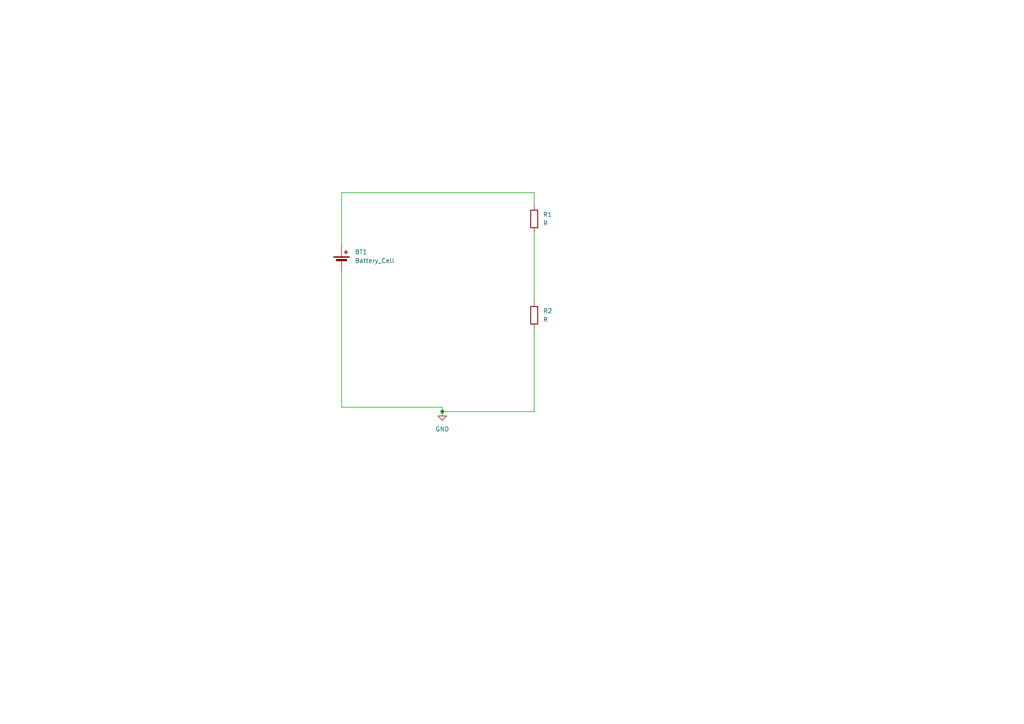
<source format=kicad_sch>
(kicad_sch (version 20230121) (generator eeschema)
  (paper "A4")
  (lib_symbols
    (symbol "Device:Battery_Cell" (pin_numbers hide) (pin_names (offset 0) hide)
      (property "Reference" "BT" (at 2.54 2.54 0))
      (property "Value" "Battery_Cell" (at 2.54 0 0))
      (symbol "Battery_Cell_0_1"
        (rectangle (start -2.286 1.778) (end 2.286 1.524) (fill (type outline)))
        (rectangle (start -1.524 1.016) (end 1.524 0.508) (fill (type outline)))
        (polyline (pts (xy 0 0.762) (xy 0 0)))
        (polyline (pts (xy 0 1.778) (xy 0 2.54)))
        (polyline (pts (xy 0.762 3.048) (xy 1.778 3.048)) (stroke (width 0.254)))
        (polyline (pts (xy 1.27 3.556) (xy 1.27 2.54)) (stroke (width 0.254)))
      )
      (symbol "Battery_Cell_1_1"
        (pin passive line (at 0 5.08 270) (length 2.54) (name "+") (number "1"))
        (pin passive line (at 0 -2.54 90) (length 2.54) (name "-") (number "2"))
      )
    )
    (symbol "Device:R" (pin_numbers hide) (pin_names (offset 0))
      (property "Reference" "R" (at 2.032 0 90))
      (property "Value" "R" (at 0 0 90))
      (symbol "R_0_1"
        (rectangle (start -1.016 -2.54) (end 1.016 2.54) (stroke (width 0.254)))
      )
      (symbol "R_1_1"
        (pin passive line (at 0 3.81 270) (length 1.27) (name "~") (number "1"))
        (pin passive line (at 0 -3.81 90) (length 1.27) (name "~") (number "2"))
      )
    )
    (symbol "power:GND" (power) (pin_names (offset 0))
      (property "Value" "GND" (at 0 -3.81 0))
      (symbol "GND_0_1"
        (polyline (pts (xy 0 0) (xy 0 -1.27) (xy 1.27 -1.27) (xy 0 -2.54) (xy -1.27 -1.27) (xy 0 -1.27)))
      )
      (symbol "GND_1_1"
        (pin power_in line (at 0 0 270) (length 0) hide (name "GND") (number "1"))
      )
    )
  )
  (junction (at 128.27 119.38))
  (wire (pts (xy 154.94 55.88) (xy 154.94 59.69)))
  (wire (pts (xy 154.94 67.31) (xy 154.94 87.63)))
  (wire (pts (xy 99.06 71.12) (xy 99.06 55.88)))
  (wire (pts (xy 128.27 119.38) (xy 154.94 119.38)))
  (wire (pts (xy 128.27 118.11) (xy 128.27 119.38)))
  (wire (pts (xy 99.06 55.88) (xy 154.94 55.88)))
  (wire (pts (xy 99.06 118.11) (xy 128.27 118.11)))
  (wire (pts (xy 99.06 78.74) (xy 99.06 118.11)))
  (wire (pts (xy 154.94 95.25) (xy 154.94 119.38)))
  (symbol (lib_id "Device:Battery_Cell") (at 99.06 76.2 0) (unit 1)
    (property "Reference" "BT1" (at 102.87 73.0885 0) (effects (justify left)))
    (property "Value" "Battery_Cell" (at 102.87 75.6285 0) (effects (justify left)))
    (property "Sim.Device" "V" (effects hide))
    (property "Sim.Type" "DC" (effects hide))
    (property "Sim.Pins" "1=+ 2=-" (effects hide))
    (property "Sim.Params" "dc=5" (effects hide))
  )
  (symbol (lib_id "Device:R") (at 154.94 91.44 0) (unit 1)
    (property "Reference" "R2" (at 157.48 90.17 0) (effects (justify left)))
    (property "Value" "R" (at 157.48 92.71 0) (effects (justify left)))
  )
  (symbol (lib_id "power:GND") (at 128.27 119.38 0) (unit 1)
    (property "Reference" "#PWR01" (effects hide))
    (property "Value" "GND" (at 128.27 124.46 0))
  )
  (symbol (lib_id "Device:R") (at 154.94 63.5 0) (unit 1)
    (property "Reference" "R1" (at 157.48 62.23 0) (effects (justify left)))
    (property "Value" "R" (at 157.48 64.77 0) (effects (justify left)))
  )
)
</source>
